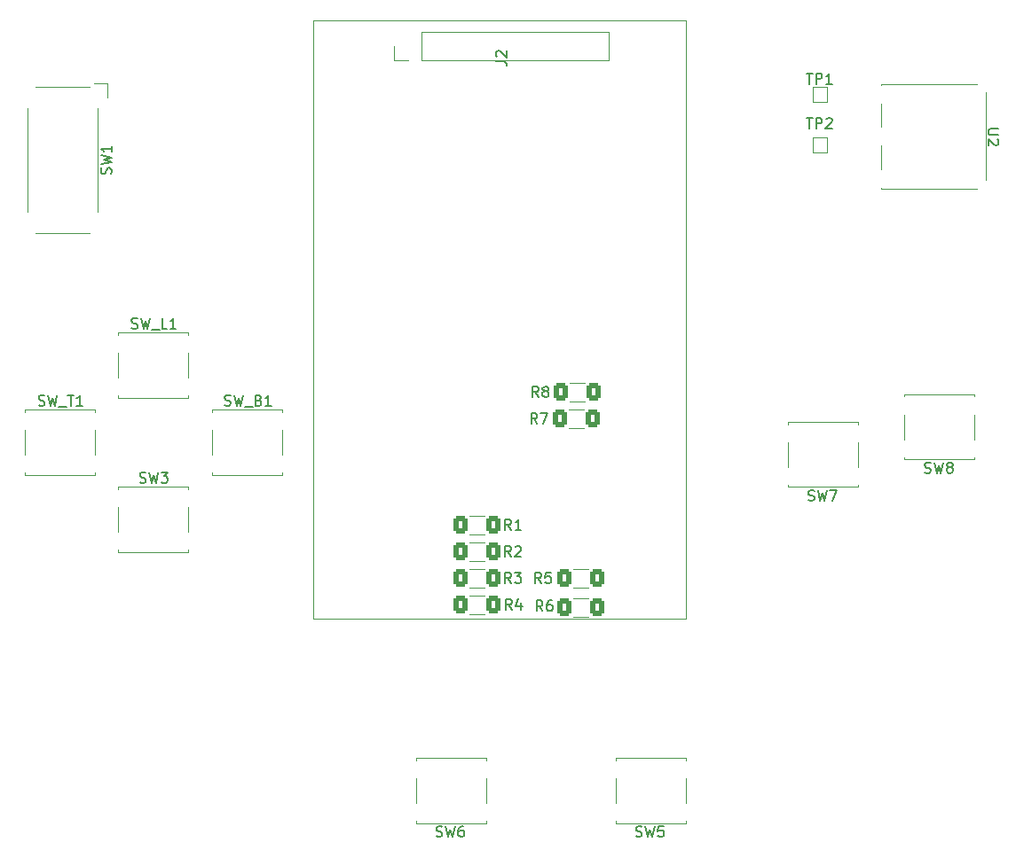
<source format=gto>
%TF.GenerationSoftware,KiCad,Pcbnew,6.0.2+dfsg-1*%
%TF.CreationDate,2023-02-12T20:47:07+01:00*%
%TF.ProjectId,picopico,7069636f-7069-4636-9f2e-6b696361645f,rev?*%
%TF.SameCoordinates,Original*%
%TF.FileFunction,Legend,Top*%
%TF.FilePolarity,Positive*%
%FSLAX46Y46*%
G04 Gerber Fmt 4.6, Leading zero omitted, Abs format (unit mm)*
G04 Created by KiCad (PCBNEW 6.0.2+dfsg-1) date 2023-02-12 20:47:07*
%MOMM*%
%LPD*%
G01*
G04 APERTURE LIST*
G04 Aperture macros list*
%AMRoundRect*
0 Rectangle with rounded corners*
0 $1 Rounding radius*
0 $2 $3 $4 $5 $6 $7 $8 $9 X,Y pos of 4 corners*
0 Add a 4 corners polygon primitive as box body*
4,1,4,$2,$3,$4,$5,$6,$7,$8,$9,$2,$3,0*
0 Add four circle primitives for the rounded corners*
1,1,$1+$1,$2,$3*
1,1,$1+$1,$4,$5*
1,1,$1+$1,$6,$7*
1,1,$1+$1,$8,$9*
0 Add four rect primitives between the rounded corners*
20,1,$1+$1,$2,$3,$4,$5,0*
20,1,$1+$1,$4,$5,$6,$7,0*
20,1,$1+$1,$6,$7,$8,$9,0*
20,1,$1+$1,$8,$9,$2,$3,0*%
G04 Aperture macros list end*
%ADD10C,0.150000*%
%ADD11C,0.120000*%
%ADD12R,3.200000X1.000000*%
%ADD13R,1.000000X1.000000*%
%ADD14RoundRect,0.250000X0.400000X0.625000X-0.400000X0.625000X-0.400000X-0.625000X0.400000X-0.625000X0*%
%ADD15C,2.700000*%
%ADD16C,2.000000*%
%ADD17C,1.700000*%
%ADD18C,1.500000*%
%ADD19R,1.700000X1.700000*%
%ADD20O,1.700000X1.700000*%
G04 APERTURE END LIST*
D10*
%TO.C,SW_B1*%
X90542114Y-54588761D02*
X90684971Y-54636380D01*
X90923066Y-54636380D01*
X91018304Y-54588761D01*
X91065923Y-54541142D01*
X91113542Y-54445904D01*
X91113542Y-54350666D01*
X91065923Y-54255428D01*
X91018304Y-54207809D01*
X90923066Y-54160190D01*
X90732590Y-54112571D01*
X90637352Y-54064952D01*
X90589733Y-54017333D01*
X90542114Y-53922095D01*
X90542114Y-53826857D01*
X90589733Y-53731619D01*
X90637352Y-53684000D01*
X90732590Y-53636380D01*
X90970685Y-53636380D01*
X91113542Y-53684000D01*
X91446876Y-53636380D02*
X91684971Y-54636380D01*
X91875447Y-53922095D01*
X92065923Y-54636380D01*
X92304019Y-53636380D01*
X92446876Y-54731619D02*
X93208780Y-54731619D01*
X93780209Y-54112571D02*
X93923066Y-54160190D01*
X93970685Y-54207809D01*
X94018304Y-54303047D01*
X94018304Y-54445904D01*
X93970685Y-54541142D01*
X93923066Y-54588761D01*
X93827828Y-54636380D01*
X93446876Y-54636380D01*
X93446876Y-53636380D01*
X93780209Y-53636380D01*
X93875447Y-53684000D01*
X93923066Y-53731619D01*
X93970685Y-53826857D01*
X93970685Y-53922095D01*
X93923066Y-54017333D01*
X93875447Y-54064952D01*
X93780209Y-54112571D01*
X93446876Y-54112571D01*
X94970685Y-54636380D02*
X94399257Y-54636380D01*
X94684971Y-54636380D02*
X94684971Y-53636380D01*
X94589733Y-53779238D01*
X94494495Y-53874476D01*
X94399257Y-53922095D01*
%TO.C,TP2*%
X146058095Y-27138380D02*
X146629523Y-27138380D01*
X146343809Y-28138380D02*
X146343809Y-27138380D01*
X146962857Y-28138380D02*
X146962857Y-27138380D01*
X147343809Y-27138380D01*
X147439047Y-27186000D01*
X147486666Y-27233619D01*
X147534285Y-27328857D01*
X147534285Y-27471714D01*
X147486666Y-27566952D01*
X147439047Y-27614571D01*
X147343809Y-27662190D01*
X146962857Y-27662190D01*
X147915238Y-27233619D02*
X147962857Y-27186000D01*
X148058095Y-27138380D01*
X148296190Y-27138380D01*
X148391428Y-27186000D01*
X148439047Y-27233619D01*
X148486666Y-27328857D01*
X148486666Y-27424095D01*
X148439047Y-27566952D01*
X147867619Y-28138380D01*
X148486666Y-28138380D01*
%TO.C,R7*%
X120356333Y-56332380D02*
X120023000Y-55856190D01*
X119784904Y-56332380D02*
X119784904Y-55332380D01*
X120165857Y-55332380D01*
X120261095Y-55380000D01*
X120308714Y-55427619D01*
X120356333Y-55522857D01*
X120356333Y-55665714D01*
X120308714Y-55760952D01*
X120261095Y-55808571D01*
X120165857Y-55856190D01*
X119784904Y-55856190D01*
X120689666Y-55332380D02*
X121356333Y-55332380D01*
X120927761Y-56332380D01*
%TO.C,R4*%
X117943333Y-74112380D02*
X117610000Y-73636190D01*
X117371904Y-74112380D02*
X117371904Y-73112380D01*
X117752857Y-73112380D01*
X117848095Y-73160000D01*
X117895714Y-73207619D01*
X117943333Y-73302857D01*
X117943333Y-73445714D01*
X117895714Y-73540952D01*
X117848095Y-73588571D01*
X117752857Y-73636190D01*
X117371904Y-73636190D01*
X118800476Y-73445714D02*
X118800476Y-74112380D01*
X118562380Y-73064761D02*
X118324285Y-73779047D01*
X118943333Y-73779047D01*
%TO.C,SW5*%
X129778666Y-95762761D02*
X129921523Y-95810380D01*
X130159619Y-95810380D01*
X130254857Y-95762761D01*
X130302476Y-95715142D01*
X130350095Y-95619904D01*
X130350095Y-95524666D01*
X130302476Y-95429428D01*
X130254857Y-95381809D01*
X130159619Y-95334190D01*
X129969142Y-95286571D01*
X129873904Y-95238952D01*
X129826285Y-95191333D01*
X129778666Y-95096095D01*
X129778666Y-95000857D01*
X129826285Y-94905619D01*
X129873904Y-94858000D01*
X129969142Y-94810380D01*
X130207238Y-94810380D01*
X130350095Y-94858000D01*
X130683428Y-94810380D02*
X130921523Y-95810380D01*
X131112000Y-95096095D01*
X131302476Y-95810380D01*
X131540571Y-94810380D01*
X132397714Y-94810380D02*
X131921523Y-94810380D01*
X131873904Y-95286571D01*
X131921523Y-95238952D01*
X132016761Y-95191333D01*
X132254857Y-95191333D01*
X132350095Y-95238952D01*
X132397714Y-95286571D01*
X132445333Y-95381809D01*
X132445333Y-95619904D01*
X132397714Y-95715142D01*
X132350095Y-95762761D01*
X132254857Y-95810380D01*
X132016761Y-95810380D01*
X131921523Y-95762761D01*
X131873904Y-95715142D01*
%TO.C,SW7*%
X146221166Y-63657161D02*
X146364023Y-63704780D01*
X146602119Y-63704780D01*
X146697357Y-63657161D01*
X146744976Y-63609542D01*
X146792595Y-63514304D01*
X146792595Y-63419066D01*
X146744976Y-63323828D01*
X146697357Y-63276209D01*
X146602119Y-63228590D01*
X146411642Y-63180971D01*
X146316404Y-63133352D01*
X146268785Y-63085733D01*
X146221166Y-62990495D01*
X146221166Y-62895257D01*
X146268785Y-62800019D01*
X146316404Y-62752400D01*
X146411642Y-62704780D01*
X146649738Y-62704780D01*
X146792595Y-62752400D01*
X147125928Y-62704780D02*
X147364023Y-63704780D01*
X147554500Y-62990495D01*
X147744976Y-63704780D01*
X147983071Y-62704780D01*
X148268785Y-62704780D02*
X148935452Y-62704780D01*
X148506880Y-63704780D01*
%TO.C,R2*%
X117868333Y-69032380D02*
X117535000Y-68556190D01*
X117296904Y-69032380D02*
X117296904Y-68032380D01*
X117677857Y-68032380D01*
X117773095Y-68080000D01*
X117820714Y-68127619D01*
X117868333Y-68222857D01*
X117868333Y-68365714D01*
X117820714Y-68460952D01*
X117773095Y-68508571D01*
X117677857Y-68556190D01*
X117296904Y-68556190D01*
X118249285Y-68127619D02*
X118296904Y-68080000D01*
X118392142Y-68032380D01*
X118630238Y-68032380D01*
X118725476Y-68080000D01*
X118773095Y-68127619D01*
X118820714Y-68222857D01*
X118820714Y-68318095D01*
X118773095Y-68460952D01*
X118201666Y-69032380D01*
X118820714Y-69032380D01*
%TO.C,SW_T1*%
X72786761Y-54588761D02*
X72929619Y-54636380D01*
X73167714Y-54636380D01*
X73262952Y-54588761D01*
X73310571Y-54541142D01*
X73358190Y-54445904D01*
X73358190Y-54350666D01*
X73310571Y-54255428D01*
X73262952Y-54207809D01*
X73167714Y-54160190D01*
X72977238Y-54112571D01*
X72882000Y-54064952D01*
X72834380Y-54017333D01*
X72786761Y-53922095D01*
X72786761Y-53826857D01*
X72834380Y-53731619D01*
X72882000Y-53684000D01*
X72977238Y-53636380D01*
X73215333Y-53636380D01*
X73358190Y-53684000D01*
X73691523Y-53636380D02*
X73929619Y-54636380D01*
X74120095Y-53922095D01*
X74310571Y-54636380D01*
X74548666Y-53636380D01*
X74691523Y-54731619D02*
X75453428Y-54731619D01*
X75548666Y-53636380D02*
X76120095Y-53636380D01*
X75834380Y-54636380D02*
X75834380Y-53636380D01*
X76977238Y-54636380D02*
X76405809Y-54636380D01*
X76691523Y-54636380D02*
X76691523Y-53636380D01*
X76596285Y-53779238D01*
X76501047Y-53874476D01*
X76405809Y-53922095D01*
%TO.C,R5*%
X120737333Y-71572380D02*
X120404000Y-71096190D01*
X120165904Y-71572380D02*
X120165904Y-70572380D01*
X120546857Y-70572380D01*
X120642095Y-70620000D01*
X120689714Y-70667619D01*
X120737333Y-70762857D01*
X120737333Y-70905714D01*
X120689714Y-71000952D01*
X120642095Y-71048571D01*
X120546857Y-71096190D01*
X120165904Y-71096190D01*
X121642095Y-70572380D02*
X121165904Y-70572380D01*
X121118285Y-71048571D01*
X121165904Y-71000952D01*
X121261142Y-70953333D01*
X121499238Y-70953333D01*
X121594476Y-71000952D01*
X121642095Y-71048571D01*
X121689714Y-71143809D01*
X121689714Y-71381904D01*
X121642095Y-71477142D01*
X121594476Y-71524761D01*
X121499238Y-71572380D01*
X121261142Y-71572380D01*
X121165904Y-71524761D01*
X121118285Y-71477142D01*
%TO.C,R8*%
X120483333Y-53792380D02*
X120150000Y-53316190D01*
X119911904Y-53792380D02*
X119911904Y-52792380D01*
X120292857Y-52792380D01*
X120388095Y-52840000D01*
X120435714Y-52887619D01*
X120483333Y-52982857D01*
X120483333Y-53125714D01*
X120435714Y-53220952D01*
X120388095Y-53268571D01*
X120292857Y-53316190D01*
X119911904Y-53316190D01*
X121054761Y-53220952D02*
X120959523Y-53173333D01*
X120911904Y-53125714D01*
X120864285Y-53030476D01*
X120864285Y-52982857D01*
X120911904Y-52887619D01*
X120959523Y-52840000D01*
X121054761Y-52792380D01*
X121245238Y-52792380D01*
X121340476Y-52840000D01*
X121388095Y-52887619D01*
X121435714Y-52982857D01*
X121435714Y-53030476D01*
X121388095Y-53125714D01*
X121340476Y-53173333D01*
X121245238Y-53220952D01*
X121054761Y-53220952D01*
X120959523Y-53268571D01*
X120911904Y-53316190D01*
X120864285Y-53411428D01*
X120864285Y-53601904D01*
X120911904Y-53697142D01*
X120959523Y-53744761D01*
X121054761Y-53792380D01*
X121245238Y-53792380D01*
X121340476Y-53744761D01*
X121388095Y-53697142D01*
X121435714Y-53601904D01*
X121435714Y-53411428D01*
X121388095Y-53316190D01*
X121340476Y-53268571D01*
X121245238Y-53220952D01*
%TO.C,SW8*%
X157339166Y-61022161D02*
X157482023Y-61069780D01*
X157720119Y-61069780D01*
X157815357Y-61022161D01*
X157862976Y-60974542D01*
X157910595Y-60879304D01*
X157910595Y-60784066D01*
X157862976Y-60688828D01*
X157815357Y-60641209D01*
X157720119Y-60593590D01*
X157529642Y-60545971D01*
X157434404Y-60498352D01*
X157386785Y-60450733D01*
X157339166Y-60355495D01*
X157339166Y-60260257D01*
X157386785Y-60165019D01*
X157434404Y-60117400D01*
X157529642Y-60069780D01*
X157767738Y-60069780D01*
X157910595Y-60117400D01*
X158243928Y-60069780D02*
X158482023Y-61069780D01*
X158672500Y-60355495D01*
X158862976Y-61069780D01*
X159101071Y-60069780D01*
X159624880Y-60498352D02*
X159529642Y-60450733D01*
X159482023Y-60403114D01*
X159434404Y-60307876D01*
X159434404Y-60260257D01*
X159482023Y-60165019D01*
X159529642Y-60117400D01*
X159624880Y-60069780D01*
X159815357Y-60069780D01*
X159910595Y-60117400D01*
X159958214Y-60165019D01*
X160005833Y-60260257D01*
X160005833Y-60307876D01*
X159958214Y-60403114D01*
X159910595Y-60450733D01*
X159815357Y-60498352D01*
X159624880Y-60498352D01*
X159529642Y-60545971D01*
X159482023Y-60593590D01*
X159434404Y-60688828D01*
X159434404Y-60879304D01*
X159482023Y-60974542D01*
X159529642Y-61022161D01*
X159624880Y-61069780D01*
X159815357Y-61069780D01*
X159910595Y-61022161D01*
X159958214Y-60974542D01*
X160005833Y-60879304D01*
X160005833Y-60688828D01*
X159958214Y-60593590D01*
X159910595Y-60545971D01*
X159815357Y-60498352D01*
%TO.C,SW3*%
X82431466Y-61954761D02*
X82574323Y-62002380D01*
X82812419Y-62002380D01*
X82907657Y-61954761D01*
X82955276Y-61907142D01*
X83002895Y-61811904D01*
X83002895Y-61716666D01*
X82955276Y-61621428D01*
X82907657Y-61573809D01*
X82812419Y-61526190D01*
X82621942Y-61478571D01*
X82526704Y-61430952D01*
X82479085Y-61383333D01*
X82431466Y-61288095D01*
X82431466Y-61192857D01*
X82479085Y-61097619D01*
X82526704Y-61050000D01*
X82621942Y-61002380D01*
X82860038Y-61002380D01*
X83002895Y-61050000D01*
X83336228Y-61002380D02*
X83574323Y-62002380D01*
X83764800Y-61288095D01*
X83955276Y-62002380D01*
X84193371Y-61002380D01*
X84479085Y-61002380D02*
X85098133Y-61002380D01*
X84764800Y-61383333D01*
X84907657Y-61383333D01*
X85002895Y-61430952D01*
X85050514Y-61478571D01*
X85098133Y-61573809D01*
X85098133Y-61811904D01*
X85050514Y-61907142D01*
X85002895Y-61954761D01*
X84907657Y-62002380D01*
X84621942Y-62002380D01*
X84526704Y-61954761D01*
X84479085Y-61907142D01*
%TO.C,SW_L1*%
X81652952Y-47222761D02*
X81795809Y-47270380D01*
X82033904Y-47270380D01*
X82129142Y-47222761D01*
X82176761Y-47175142D01*
X82224380Y-47079904D01*
X82224380Y-46984666D01*
X82176761Y-46889428D01*
X82129142Y-46841809D01*
X82033904Y-46794190D01*
X81843428Y-46746571D01*
X81748190Y-46698952D01*
X81700571Y-46651333D01*
X81652952Y-46556095D01*
X81652952Y-46460857D01*
X81700571Y-46365619D01*
X81748190Y-46318000D01*
X81843428Y-46270380D01*
X82081523Y-46270380D01*
X82224380Y-46318000D01*
X82557714Y-46270380D02*
X82795809Y-47270380D01*
X82986285Y-46556095D01*
X83176761Y-47270380D01*
X83414857Y-46270380D01*
X83557714Y-47365619D02*
X84319619Y-47365619D01*
X85033904Y-47270380D02*
X84557714Y-47270380D01*
X84557714Y-46270380D01*
X85891047Y-47270380D02*
X85319619Y-47270380D01*
X85605333Y-47270380D02*
X85605333Y-46270380D01*
X85510095Y-46413238D01*
X85414857Y-46508476D01*
X85319619Y-46556095D01*
%TO.C,R3*%
X117868333Y-71572380D02*
X117535000Y-71096190D01*
X117296904Y-71572380D02*
X117296904Y-70572380D01*
X117677857Y-70572380D01*
X117773095Y-70620000D01*
X117820714Y-70667619D01*
X117868333Y-70762857D01*
X117868333Y-70905714D01*
X117820714Y-71000952D01*
X117773095Y-71048571D01*
X117677857Y-71096190D01*
X117296904Y-71096190D01*
X118201666Y-70572380D02*
X118820714Y-70572380D01*
X118487380Y-70953333D01*
X118630238Y-70953333D01*
X118725476Y-71000952D01*
X118773095Y-71048571D01*
X118820714Y-71143809D01*
X118820714Y-71381904D01*
X118773095Y-71477142D01*
X118725476Y-71524761D01*
X118630238Y-71572380D01*
X118344523Y-71572380D01*
X118249285Y-71524761D01*
X118201666Y-71477142D01*
%TO.C,R6*%
X120864333Y-74239380D02*
X120531000Y-73763190D01*
X120292904Y-74239380D02*
X120292904Y-73239380D01*
X120673857Y-73239380D01*
X120769095Y-73287000D01*
X120816714Y-73334619D01*
X120864333Y-73429857D01*
X120864333Y-73572714D01*
X120816714Y-73667952D01*
X120769095Y-73715571D01*
X120673857Y-73763190D01*
X120292904Y-73763190D01*
X121721476Y-73239380D02*
X121531000Y-73239380D01*
X121435761Y-73287000D01*
X121388142Y-73334619D01*
X121292904Y-73477476D01*
X121245285Y-73667952D01*
X121245285Y-74048904D01*
X121292904Y-74144142D01*
X121340523Y-74191761D01*
X121435761Y-74239380D01*
X121626238Y-74239380D01*
X121721476Y-74191761D01*
X121769095Y-74144142D01*
X121816714Y-74048904D01*
X121816714Y-73810809D01*
X121769095Y-73715571D01*
X121721476Y-73667952D01*
X121626238Y-73620333D01*
X121435761Y-73620333D01*
X121340523Y-73667952D01*
X121292904Y-73715571D01*
X121245285Y-73810809D01*
%TO.C,R1*%
X117868333Y-66492380D02*
X117535000Y-66016190D01*
X117296904Y-66492380D02*
X117296904Y-65492380D01*
X117677857Y-65492380D01*
X117773095Y-65540000D01*
X117820714Y-65587619D01*
X117868333Y-65682857D01*
X117868333Y-65825714D01*
X117820714Y-65920952D01*
X117773095Y-65968571D01*
X117677857Y-66016190D01*
X117296904Y-66016190D01*
X118820714Y-66492380D02*
X118249285Y-66492380D01*
X118535000Y-66492380D02*
X118535000Y-65492380D01*
X118439761Y-65635238D01*
X118344523Y-65730476D01*
X118249285Y-65778095D01*
%TO.C,SW6*%
X110728666Y-95762761D02*
X110871523Y-95810380D01*
X111109619Y-95810380D01*
X111204857Y-95762761D01*
X111252476Y-95715142D01*
X111300095Y-95619904D01*
X111300095Y-95524666D01*
X111252476Y-95429428D01*
X111204857Y-95381809D01*
X111109619Y-95334190D01*
X110919142Y-95286571D01*
X110823904Y-95238952D01*
X110776285Y-95191333D01*
X110728666Y-95096095D01*
X110728666Y-95000857D01*
X110776285Y-94905619D01*
X110823904Y-94858000D01*
X110919142Y-94810380D01*
X111157238Y-94810380D01*
X111300095Y-94858000D01*
X111633428Y-94810380D02*
X111871523Y-95810380D01*
X112062000Y-95096095D01*
X112252476Y-95810380D01*
X112490571Y-94810380D01*
X113300095Y-94810380D02*
X113109619Y-94810380D01*
X113014380Y-94858000D01*
X112966761Y-94905619D01*
X112871523Y-95048476D01*
X112823904Y-95238952D01*
X112823904Y-95619904D01*
X112871523Y-95715142D01*
X112919142Y-95762761D01*
X113014380Y-95810380D01*
X113204857Y-95810380D01*
X113300095Y-95762761D01*
X113347714Y-95715142D01*
X113395333Y-95619904D01*
X113395333Y-95381809D01*
X113347714Y-95286571D01*
X113300095Y-95238952D01*
X113204857Y-95191333D01*
X113014380Y-95191333D01*
X112919142Y-95238952D01*
X112871523Y-95286571D01*
X112823904Y-95381809D01*
%TO.C,SW1*%
X79680261Y-32490833D02*
X79727880Y-32347976D01*
X79727880Y-32109880D01*
X79680261Y-32014642D01*
X79632642Y-31967023D01*
X79537404Y-31919404D01*
X79442166Y-31919404D01*
X79346928Y-31967023D01*
X79299309Y-32014642D01*
X79251690Y-32109880D01*
X79204071Y-32300357D01*
X79156452Y-32395595D01*
X79108833Y-32443214D01*
X79013595Y-32490833D01*
X78918357Y-32490833D01*
X78823119Y-32443214D01*
X78775500Y-32395595D01*
X78727880Y-32300357D01*
X78727880Y-32062261D01*
X78775500Y-31919404D01*
X78727880Y-31586071D02*
X79727880Y-31347976D01*
X79013595Y-31157500D01*
X79727880Y-30967023D01*
X78727880Y-30728928D01*
X79727880Y-29824166D02*
X79727880Y-30395595D01*
X79727880Y-30109880D02*
X78727880Y-30109880D01*
X78870738Y-30205119D01*
X78965976Y-30300357D01*
X79013595Y-30395595D01*
%TO.C,U2*%
X164377619Y-28194095D02*
X163568095Y-28194095D01*
X163472857Y-28241714D01*
X163425238Y-28289333D01*
X163377619Y-28384571D01*
X163377619Y-28575047D01*
X163425238Y-28670285D01*
X163472857Y-28717904D01*
X163568095Y-28765523D01*
X164377619Y-28765523D01*
X164282380Y-29194095D02*
X164330000Y-29241714D01*
X164377619Y-29336952D01*
X164377619Y-29575047D01*
X164330000Y-29670285D01*
X164282380Y-29717904D01*
X164187142Y-29765523D01*
X164091904Y-29765523D01*
X163949047Y-29717904D01*
X163377619Y-29146476D01*
X163377619Y-29765523D01*
%TO.C,TP1*%
X146058095Y-22896380D02*
X146629523Y-22896380D01*
X146343809Y-23896380D02*
X146343809Y-22896380D01*
X146962857Y-23896380D02*
X146962857Y-22896380D01*
X147343809Y-22896380D01*
X147439047Y-22944000D01*
X147486666Y-22991619D01*
X147534285Y-23086857D01*
X147534285Y-23229714D01*
X147486666Y-23324952D01*
X147439047Y-23372571D01*
X147343809Y-23420190D01*
X146962857Y-23420190D01*
X148486666Y-23896380D02*
X147915238Y-23896380D01*
X148200952Y-23896380D02*
X148200952Y-22896380D01*
X148105714Y-23039238D01*
X148010476Y-23134476D01*
X147915238Y-23182095D01*
%TO.C,J2*%
X116406580Y-21724533D02*
X117120866Y-21724533D01*
X117263723Y-21772152D01*
X117358961Y-21867390D01*
X117406580Y-22010247D01*
X117406580Y-22105485D01*
X116501819Y-21295961D02*
X116454200Y-21248342D01*
X116406580Y-21153104D01*
X116406580Y-20915009D01*
X116454200Y-20819771D01*
X116501819Y-20772152D01*
X116597057Y-20724533D01*
X116692295Y-20724533D01*
X116835152Y-20772152D01*
X117406580Y-21343580D01*
X117406580Y-20724533D01*
D11*
%TO.C,SW_B1*%
X89356400Y-61234000D02*
X89356400Y-61034000D01*
X89356400Y-56934000D02*
X89356400Y-59334000D01*
X96056400Y-55034000D02*
X96056400Y-55234000D01*
X89356400Y-61234000D02*
X96056400Y-61234000D01*
X89356400Y-55034000D02*
X89356400Y-55234000D01*
X96056400Y-61234000D02*
X96056400Y-61034000D01*
X96056400Y-56934000D02*
X96056400Y-59334000D01*
X96056400Y-55034000D02*
X89356400Y-55034000D01*
%TO.C,TP2*%
X146620000Y-29018000D02*
X148020000Y-29018000D01*
X148020000Y-29018000D02*
X148020000Y-30418000D01*
X146620000Y-30418000D02*
X146620000Y-29018000D01*
X148020000Y-30418000D02*
X146620000Y-30418000D01*
%TO.C,R7*%
X124832064Y-54970000D02*
X123377936Y-54970000D01*
X124832064Y-56790000D02*
X123377936Y-56790000D01*
%TO.C,R4*%
X115307064Y-72750000D02*
X113852936Y-72750000D01*
X115307064Y-74570000D02*
X113852936Y-74570000D01*
%TO.C,SW5*%
X134512000Y-88308000D02*
X134512000Y-88508000D01*
X127812000Y-94508000D02*
X127812000Y-94308000D01*
X134512000Y-92608000D02*
X134512000Y-90208000D01*
X127812000Y-88308000D02*
X127812000Y-88508000D01*
X127812000Y-92608000D02*
X127812000Y-90208000D01*
X134512000Y-88308000D02*
X127812000Y-88308000D01*
X134512000Y-94508000D02*
X134512000Y-94308000D01*
X127812000Y-94508000D02*
X134512000Y-94508000D01*
%TO.C,SW7*%
X144254500Y-60502400D02*
X144254500Y-58102400D01*
X150954500Y-56202400D02*
X144254500Y-56202400D01*
X144254500Y-62402400D02*
X144254500Y-62202400D01*
X150954500Y-62402400D02*
X150954500Y-62202400D01*
X150954500Y-60502400D02*
X150954500Y-58102400D01*
X150954500Y-56202400D02*
X150954500Y-56402400D01*
X144254500Y-56202400D02*
X144254500Y-56402400D01*
X144254500Y-62402400D02*
X150954500Y-62402400D01*
%TO.C,R2*%
X115307064Y-67670000D02*
X113852936Y-67670000D01*
X115307064Y-69490000D02*
X113852936Y-69490000D01*
%TO.C,SW_T1*%
X78182000Y-56934000D02*
X78182000Y-59334000D01*
X71482000Y-61234000D02*
X78182000Y-61234000D01*
X78182000Y-55034000D02*
X71482000Y-55034000D01*
X78182000Y-61234000D02*
X78182000Y-61034000D01*
X71482000Y-56934000D02*
X71482000Y-59334000D01*
X78182000Y-55034000D02*
X78182000Y-55234000D01*
X71482000Y-55034000D02*
X71482000Y-55234000D01*
X71482000Y-61234000D02*
X71482000Y-61034000D01*
%TO.C,R5*%
X125214564Y-72030000D02*
X123760436Y-72030000D01*
X125214564Y-70210000D02*
X123760436Y-70210000D01*
%TO.C,R8*%
X124907064Y-52430000D02*
X123452936Y-52430000D01*
X124907064Y-54250000D02*
X123452936Y-54250000D01*
%TO.C,SW8*%
X162072500Y-57867400D02*
X162072500Y-55467400D01*
X155372500Y-59767400D02*
X162072500Y-59767400D01*
X155372500Y-53567400D02*
X155372500Y-53767400D01*
X155372500Y-57867400D02*
X155372500Y-55467400D01*
X162072500Y-53567400D02*
X155372500Y-53567400D01*
X155372500Y-59767400D02*
X155372500Y-59567400D01*
X162072500Y-53567400D02*
X162072500Y-53767400D01*
X162072500Y-59767400D02*
X162072500Y-59567400D01*
%TO.C,SW3*%
X87064800Y-68600000D02*
X87064800Y-68400000D01*
X87064800Y-62400000D02*
X80364800Y-62400000D01*
X80364800Y-64300000D02*
X80364800Y-66700000D01*
X87064800Y-62400000D02*
X87064800Y-62600000D01*
X87064800Y-64300000D02*
X87064800Y-66700000D01*
X80364800Y-62400000D02*
X80364800Y-62600000D01*
X80364800Y-68600000D02*
X80364800Y-68400000D01*
X80364800Y-68600000D02*
X87064800Y-68600000D01*
%TO.C,SW_L1*%
X80372000Y-47668000D02*
X80372000Y-47868000D01*
X80372000Y-53868000D02*
X87072000Y-53868000D01*
X87072000Y-49568000D02*
X87072000Y-51968000D01*
X80372000Y-53868000D02*
X80372000Y-53668000D01*
X87072000Y-47668000D02*
X80372000Y-47668000D01*
X80372000Y-49568000D02*
X80372000Y-51968000D01*
X87072000Y-53868000D02*
X87072000Y-53668000D01*
X87072000Y-47668000D02*
X87072000Y-47868000D01*
%TO.C,R3*%
X115307064Y-72030000D02*
X113852936Y-72030000D01*
X115307064Y-70210000D02*
X113852936Y-70210000D01*
%TO.C,R6*%
X125214564Y-74824000D02*
X123760436Y-74824000D01*
X125214564Y-73004000D02*
X123760436Y-73004000D01*
%TO.C,R1*%
X115307064Y-66950000D02*
X113852936Y-66950000D01*
X115307064Y-65130000D02*
X113852936Y-65130000D01*
%TO.C,SW6*%
X115462000Y-94508000D02*
X115462000Y-94308000D01*
X115462000Y-88308000D02*
X108762000Y-88308000D01*
X108762000Y-92608000D02*
X108762000Y-90208000D01*
X115462000Y-88308000D02*
X115462000Y-88508000D01*
X108762000Y-88308000D02*
X108762000Y-88508000D01*
X108762000Y-94508000D02*
X115462000Y-94508000D01*
X108762000Y-94508000D02*
X108762000Y-94308000D01*
X115462000Y-92608000D02*
X115462000Y-90208000D01*
%TO.C,SW1*%
X79375500Y-23857500D02*
X79375500Y-25157500D01*
X78075500Y-23857500D02*
X79375500Y-23857500D01*
X72475500Y-24157500D02*
X77675500Y-24157500D01*
X78425500Y-26207500D02*
X78425500Y-36107500D01*
X77675500Y-38157500D02*
X72475500Y-38157500D01*
X71725500Y-36107500D02*
X71725500Y-26207500D01*
%TO.C,U2*%
X163155000Y-23956000D02*
X153155000Y-23956000D01*
X153155000Y-23956000D02*
X153155000Y-33956000D01*
X153155000Y-33956000D02*
X163155000Y-33956000D01*
X163155000Y-33956000D02*
X163155000Y-23956000D01*
%TO.C,TP1*%
X146620000Y-24192000D02*
X148020000Y-24192000D01*
X146620000Y-25592000D02*
X146620000Y-24192000D01*
X148020000Y-24192000D02*
X148020000Y-25592000D01*
X148020000Y-25592000D02*
X146620000Y-25592000D01*
%TO.C,J2*%
X127144200Y-21621200D02*
X127144200Y-18961200D01*
X109304200Y-21621200D02*
X127144200Y-21621200D01*
X108034200Y-21621200D02*
X106704200Y-21621200D01*
X109304200Y-18961200D02*
X127144200Y-18961200D01*
X106704200Y-21621200D02*
X106704200Y-20291200D01*
X109304200Y-21621200D02*
X109304200Y-18961200D01*
X99009200Y-75006200D02*
X134569200Y-75006200D01*
X134569200Y-75006200D02*
X134569200Y-17856200D01*
X134569200Y-17856200D02*
X99009200Y-17856200D01*
X99009200Y-17856200D02*
X99009200Y-75006200D01*
%TD*%
%LPC*%
D12*
%TO.C,SW_B1*%
X89306400Y-56134000D03*
X96106400Y-56134000D03*
X96106400Y-60134000D03*
X89306400Y-60134000D03*
%TD*%
D13*
%TO.C,TP2*%
X147320000Y-29718000D03*
%TD*%
D14*
%TO.C,R7*%
X125655000Y-55880000D03*
X122555000Y-55880000D03*
%TD*%
%TO.C,R4*%
X116130000Y-73660000D03*
X113030000Y-73660000D03*
%TD*%
D12*
%TO.C,SW5*%
X127762000Y-93408000D03*
X134562000Y-93408000D03*
X127762000Y-89408000D03*
X134562000Y-89408000D03*
%TD*%
D15*
%TO.C,H5*%
X81788000Y-91186000D03*
%TD*%
%TO.C,H2*%
X81534000Y-19304000D03*
%TD*%
D12*
%TO.C,SW7*%
X144204500Y-61302400D03*
X151004500Y-61302400D03*
X144204500Y-57302400D03*
X151004500Y-57302400D03*
%TD*%
D14*
%TO.C,R2*%
X116130000Y-68580000D03*
X113030000Y-68580000D03*
%TD*%
D12*
%TO.C,SW_T1*%
X78232000Y-56134000D03*
X71432000Y-56134000D03*
X78232000Y-60134000D03*
X71432000Y-60134000D03*
%TD*%
D15*
%TO.C,H3*%
X150622000Y-20066000D03*
%TD*%
D14*
%TO.C,R5*%
X126037500Y-71120000D03*
X122937500Y-71120000D03*
%TD*%
%TO.C,R8*%
X125730000Y-53340000D03*
X122630000Y-53340000D03*
%TD*%
D12*
%TO.C,SW8*%
X155322500Y-58667400D03*
X162122500Y-58667400D03*
X155322500Y-54667400D03*
X162122500Y-54667400D03*
%TD*%
%TO.C,SW3*%
X80314800Y-63500000D03*
X87114800Y-63500000D03*
X80314800Y-67500000D03*
X87114800Y-67500000D03*
%TD*%
%TO.C,SW_L1*%
X87122000Y-48768000D03*
X80322000Y-48768000D03*
X80322000Y-52768000D03*
X87122000Y-52768000D03*
%TD*%
D14*
%TO.C,R3*%
X116130000Y-71120000D03*
X113030000Y-71120000D03*
%TD*%
%TO.C,R6*%
X126037500Y-73914000D03*
X122937500Y-73914000D03*
%TD*%
D15*
%TO.C,H1*%
X153924000Y-91440000D03*
%TD*%
D14*
%TO.C,R1*%
X116130000Y-66040000D03*
X113030000Y-66040000D03*
%TD*%
D12*
%TO.C,SW6*%
X108712000Y-93408000D03*
X115512000Y-93408000D03*
X115512000Y-89408000D03*
X108712000Y-89408000D03*
%TD*%
D16*
%TO.C,SW1*%
X72075500Y-37157500D03*
X78075500Y-25157500D03*
X72075500Y-25157500D03*
X78075500Y-37157500D03*
D17*
X76325500Y-27157500D03*
X76325500Y-31157500D03*
X76325500Y-35157500D03*
%TD*%
D18*
%TO.C,U2*%
X163155000Y-33956000D03*
X163155000Y-23956000D03*
D17*
X153155000Y-24956000D03*
X153155000Y-28956000D03*
X153155000Y-32956000D03*
%TD*%
D13*
%TO.C,TP1*%
X147320000Y-24892000D03*
%TD*%
D19*
%TO.C,J2*%
X108034200Y-20291200D03*
D20*
X110574200Y-20291200D03*
X113114200Y-20291200D03*
X115654200Y-20291200D03*
X118194200Y-20291200D03*
X120734200Y-20291200D03*
X123274200Y-20291200D03*
X125814200Y-20291200D03*
%TD*%
D17*
%TO.C,J1*%
X147828000Y-34036000D03*
D20*
X147828000Y-36576000D03*
X147828000Y-39116000D03*
X147828000Y-41656000D03*
X147828000Y-44196000D03*
D19*
X147828000Y-46736000D03*
D20*
X147828000Y-49276000D03*
%TD*%
%TO.C,U1*%
X132810000Y-43085000D03*
X132810000Y-45720000D03*
X132810000Y-48260000D03*
X132810000Y-50800000D03*
X132810000Y-53340000D03*
X132810000Y-55880000D03*
X132810000Y-58420000D03*
X132810000Y-60960000D03*
X132810000Y-63500000D03*
X132810000Y-66040000D03*
X132810000Y-68580000D03*
X132810000Y-71120000D03*
X132810000Y-73660000D03*
X132810000Y-76200000D03*
D19*
X132810000Y-78740000D03*
D20*
X132810000Y-81280000D03*
D19*
X132810000Y-83725000D03*
D20*
X109950000Y-83725000D03*
X109950000Y-81185000D03*
X109950000Y-78645000D03*
D19*
X109950000Y-76105000D03*
D20*
X109950000Y-73565000D03*
X109950000Y-71025000D03*
X109950000Y-68485000D03*
X109950000Y-65945000D03*
X109950000Y-63405000D03*
X109950000Y-60865000D03*
X109950000Y-58325000D03*
X109950000Y-55785000D03*
X109950000Y-53245000D03*
X109950000Y-50705000D03*
X109950000Y-48165000D03*
D17*
X109950000Y-45625000D03*
D19*
X109950000Y-43085000D03*
%TD*%
M02*

</source>
